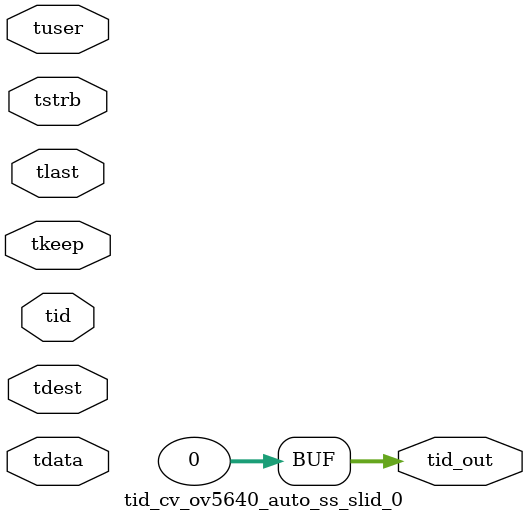
<source format=v>


`timescale 1ps/1ps

module tid_cv_ov5640_auto_ss_slid_0 #
(
parameter C_S_AXIS_TID_WIDTH   = 1,
parameter C_S_AXIS_TUSER_WIDTH = 0,
parameter C_S_AXIS_TDATA_WIDTH = 0,
parameter C_S_AXIS_TDEST_WIDTH = 0,
parameter C_M_AXIS_TID_WIDTH   = 32
)
(
input  [(C_S_AXIS_TID_WIDTH   == 0 ? 1 : C_S_AXIS_TID_WIDTH)-1:0       ] tid,
input  [(C_S_AXIS_TDATA_WIDTH == 0 ? 1 : C_S_AXIS_TDATA_WIDTH)-1:0     ] tdata,
input  [(C_S_AXIS_TUSER_WIDTH == 0 ? 1 : C_S_AXIS_TUSER_WIDTH)-1:0     ] tuser,
input  [(C_S_AXIS_TDEST_WIDTH == 0 ? 1 : C_S_AXIS_TDEST_WIDTH)-1:0     ] tdest,
input  [(C_S_AXIS_TDATA_WIDTH/8)-1:0 ] tkeep,
input  [(C_S_AXIS_TDATA_WIDTH/8)-1:0 ] tstrb,
input                                                                    tlast,
output [(C_M_AXIS_TID_WIDTH   == 0 ? 1 : C_M_AXIS_TID_WIDTH)-1:0       ] tid_out
);

assign tid_out = {1'b0};

endmodule


</source>
